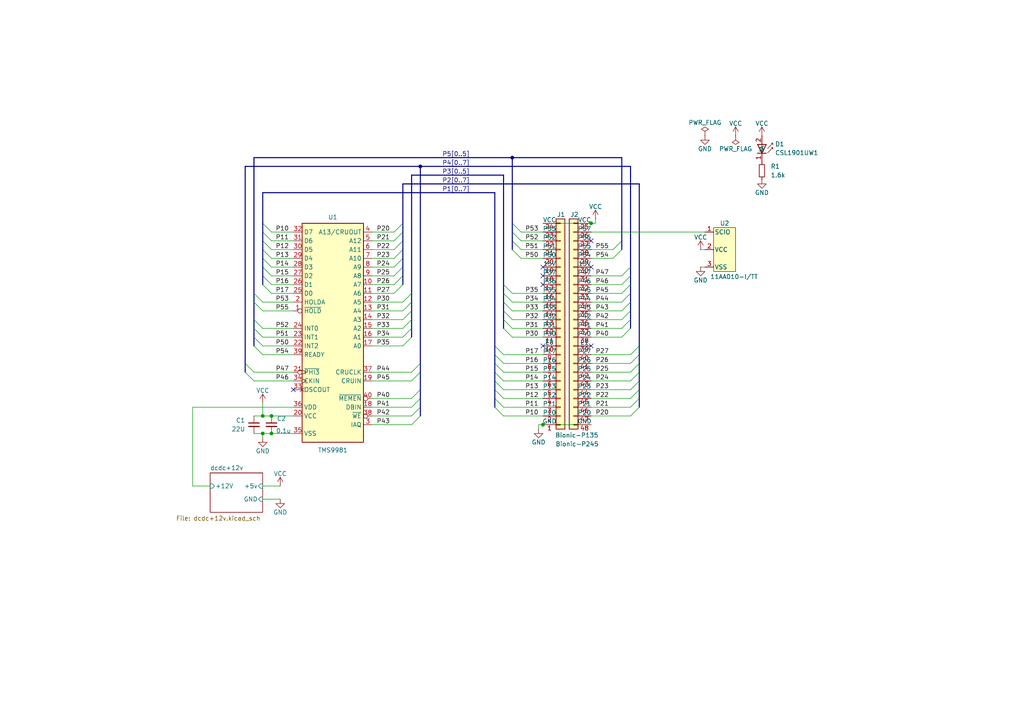
<source format=kicad_sch>
(kicad_sch (version 20231120) (generator "eeschema") (generator_version "8.0")
  (paper "A4")
  (title_block (title "BionicTMS9981 DC/DC") (date "2025-02-10") (rev "3") (company "Tadashi G. Takaoka"))
  (lib_symbols
    (symbol "Device:C_Small" (pin_numbers hide) (pin_names (offset 0.254) hide)
      (property "Reference" "C" (at 0.254 1.778 0))
      (property "Value" "C_Small" (at 0.254 -2.032 0))
      (symbol "C_Small_0_1"
        (polyline (pts (xy -1.524 -0.508) (xy 1.524 -0.508)) (stroke (width 0.3302)))
        (polyline (pts (xy -1.524 0.508) (xy 1.524 0.508)) (stroke (width 0.3048)))
      )
      (symbol "C_Small_1_1"
        (pin passive line (at 0 2.54 270) (length 2.032) (name "~") (number "1"))
        (pin passive line (at 0 -2.54 90) (length 2.032) (name "~") (number "2"))
      )
    )
    (symbol "Device:R_Small" (pin_numbers hide) (pin_names (offset 0.254) hide)
      (property "Reference" "R" (at 0.762 0.508 0))
      (property "Value" "R_Small" (at 0.762 -1.016 0))
      (symbol "R_Small_0_1"
        (rectangle (start -0.762 1.778) (end 0.762 -1.778) (stroke (width 0.2032)))
      )
      (symbol "R_Small_1_1"
        (pin passive line (at 0 2.54 270) (length 0.762) (name "~") (number "1"))
        (pin passive line (at 0 -2.54 90) (length 0.762) (name "~") (number "2"))
      )
    )
    (symbol "bionic:Bionic-P135" (pin_names (offset 0))
      (property "Reference" "J" (at 0 30.48 0))
      (property "Value" "Bionic-P135" (at -1.27 -33.02 0))
      (symbol "Bionic-P135_1_1"
        (rectangle (start 0 -30.353) (end -1.27 -30.607) (stroke (width 0.1524)))
        (rectangle (start 0 -27.813) (end -1.27 -28.067) (stroke (width 0.1524)))
        (rectangle (start 0 -25.273) (end -1.27 -25.527) (stroke (width 0.1524)))
        (rectangle (start 0 -22.733) (end -1.27 -22.987) (stroke (width 0.1524)))
        (rectangle (start 0 -20.193) (end -1.27 -20.447) (stroke (width 0.1524)))
        (rectangle (start 0 -17.653) (end -1.27 -17.907) (stroke (width 0.1524)))
        (rectangle (start 0 -15.113) (end -1.27 -15.367) (stroke (width 0.1524)))
        (rectangle (start 0 -12.573) (end -1.27 -12.827) (stroke (width 0.1524)))
        (rectangle (start 0 -10.033) (end -1.27 -10.287) (stroke (width 0.1524)))
        (rectangle (start 0 -7.493) (end -1.27 -7.747) (stroke (width 0.1524)))
        (rectangle (start 0 -4.953) (end -1.27 -5.207) (stroke (width 0.1524)))
        (rectangle (start 0 -2.413) (end -1.27 -2.667) (stroke (width 0.1524)))
        (rectangle (start 0 0.127) (end -1.27 -0.127) (stroke (width 0.1524)))
        (rectangle (start 0 2.667) (end -1.27 2.413) (stroke (width 0.1524)))
        (rectangle (start 0 5.207) (end -1.27 4.953) (stroke (width 0.1524)))
        (rectangle (start 0 7.747) (end -1.27 7.493) (stroke (width 0.1524)))
        (rectangle (start 0 10.287) (end -1.27 10.033) (stroke (width 0.1524)))
        (rectangle (start 0 12.827) (end -1.27 12.573) (stroke (width 0.1524)))
        (rectangle (start 0 15.367) (end -1.27 15.113) (stroke (width 0.1524)))
        (rectangle (start 0 17.907) (end -1.27 17.653) (stroke (width 0.1524)))
        (rectangle (start 0 20.447) (end -1.27 20.193) (stroke (width 0.1524)))
        (rectangle (start 0 22.987) (end -1.27 22.733) (stroke (width 0.1524)))
        (rectangle (start 0 25.527) (end -1.27 25.273) (stroke (width 0.1524)))
        (rectangle (start 0 28.067) (end -1.27 27.813) (stroke (width 0.1524)))
        (rectangle (start 1.27 29.21) (end -1.27 -31.75) (stroke (width 0.254)) (fill (type background)))
        (pin power_in line (at -5.08 -30.48 0) (length 3.81) (name "GND") (number "1"))
        (pin bidirectional line (at -5.08 -7.62 0) (length 3.81) (name "E0") (number "10"))
        (pin bidirectional line (at -5.08 -5.08 0) (length 3.81) (name "P30") (number "11"))
        (pin bidirectional line (at -5.08 -2.54 0) (length 3.81) (name "P31") (number "12"))
        (pin bidirectional line (at -5.08 0 0) (length 3.81) (name "P32") (number "13"))
        (pin bidirectional line (at -5.08 2.54 0) (length 3.81) (name "P33") (number "14"))
        (pin bidirectional line (at -5.08 5.08 0) (length 3.81) (name "P34") (number "15"))
        (pin bidirectional line (at -5.08 7.62 0) (length 3.81) (name "P35") (number "16"))
        (pin bidirectional line (at -5.08 10.16 0) (length 3.81) (name "P36") (number "17"))
        (pin bidirectional line (at -5.08 12.7 0) (length 3.81) (name "P37") (number "18"))
        (pin power_in line (at -5.08 15.24 0) (length 3.81) (name "15V") (number "19"))
        (pin bidirectional line (at -5.08 -27.94 0) (length 3.81) (name "P10") (number "2"))
        (pin bidirectional line (at -5.08 17.78 0) (length 3.81) (name "P50") (number "20"))
        (pin bidirectional line (at -5.08 20.32 0) (length 3.81) (name "P51") (number "21"))
        (pin bidirectional line (at -5.08 22.86 0) (length 3.81) (name "P52") (number "22"))
        (pin bidirectional line (at -5.08 25.4 0) (length 3.81) (name "P53") (number "23"))
        (pin power_in line (at -5.08 27.94 0) (length 3.81) (name "VCC") (number "24"))
        (pin bidirectional line (at -5.08 -25.4 0) (length 3.81) (name "P11") (number "3"))
        (pin bidirectional line (at -5.08 -22.86 0) (length 3.81) (name "P12") (number "4"))
        (pin bidirectional line (at -5.08 -20.32 0) (length 3.81) (name "P13") (number "5"))
        (pin bidirectional line (at -5.08 -17.78 0) (length 3.81) (name "P14") (number "6"))
        (pin bidirectional line (at -5.08 -15.24 0) (length 3.81) (name "P15") (number "7"))
        (pin bidirectional line (at -5.08 -12.7 0) (length 3.81) (name "P16") (number "8"))
        (pin bidirectional line (at -5.08 -10.16 0) (length 3.81) (name "P17") (number "9"))
      )
    )
    (symbol "bionic:Bionic-P245" (pin_names (offset 0))
      (property "Reference" "J" (at -3.81 30.48 0))
      (property "Value" "Bionic-P245" (at -1.27 -33.02 0))
      (symbol "Bionic-P245_1_1"
        (rectangle (start -2.54 -30.607) (end -3.81 -30.353) (stroke (width 0.1524)))
        (rectangle (start -2.54 -28.067) (end -3.81 -27.813) (stroke (width 0.1524)))
        (rectangle (start -2.54 -25.527) (end -3.81 -25.273) (stroke (width 0.1524)))
        (rectangle (start -2.54 -22.987) (end -3.81 -22.733) (stroke (width 0.1524)))
        (rectangle (start -2.54 -20.447) (end -3.81 -20.193) (stroke (width 0.1524)))
        (rectangle (start -2.54 -17.907) (end -3.81 -17.653) (stroke (width 0.1524)))
        (rectangle (start -2.54 -15.367) (end -3.81 -15.113) (stroke (width 0.1524)))
        (rectangle (start -2.54 -12.827) (end -3.81 -12.573) (stroke (width 0.1524)))
        (rectangle (start -2.54 -10.287) (end -3.81 -10.033) (stroke (width 0.1524)))
        (rectangle (start -2.54 -7.747) (end -3.81 -7.493) (stroke (width 0.1524)))
        (rectangle (start -2.54 -5.207) (end -3.81 -4.953) (stroke (width 0.1524)))
        (rectangle (start -2.54 -2.667) (end -3.81 -2.413) (stroke (width 0.1524)))
        (rectangle (start -2.54 -0.127) (end -3.81 0.127) (stroke (width 0.1524)))
        (rectangle (start -2.54 2.413) (end -3.81 2.667) (stroke (width 0.1524)))
        (rectangle (start -2.54 4.953) (end -3.81 5.207) (stroke (width 0.1524)))
        (rectangle (start -2.54 7.493) (end -3.81 7.747) (stroke (width 0.1524)))
        (rectangle (start -2.54 10.033) (end -3.81 10.287) (stroke (width 0.1524)))
        (rectangle (start -2.54 12.573) (end -3.81 12.827) (stroke (width 0.1524)))
        (rectangle (start -2.54 15.113) (end -3.81 15.367) (stroke (width 0.1524)))
        (rectangle (start -2.54 17.653) (end -3.81 17.907) (stroke (width 0.1524)))
        (rectangle (start -2.54 20.193) (end -3.81 20.447) (stroke (width 0.1524)))
        (rectangle (start -2.54 22.733) (end -3.81 22.987) (stroke (width 0.1524)))
        (rectangle (start -2.54 25.273) (end -3.81 25.527) (stroke (width 0.1524)))
        (rectangle (start -2.54 27.813) (end -3.81 28.067) (stroke (width 0.1524)))
        (rectangle (start -2.54 29.21) (end -5.08 -31.75) (stroke (width 0.254)) (fill (type background)))
        (pin power_in line (at 1.27 27.94 180) (length 3.81) (name "VCC") (number "25"))
        (pin bidirectional line (at 1.27 25.4 180) (length 3.81) (name "P57") (number "26"))
        (pin bidirectional line (at 1.27 22.86 180) (length 3.81) (name "P56") (number "27"))
        (pin bidirectional line (at 1.27 20.32 180) (length 3.81) (name "P55") (number "28"))
        (pin bidirectional line (at 1.27 17.78 180) (length 3.81) (name "P54") (number "29"))
        (pin power_in line (at 1.27 15.24 180) (length 3.81) (name "15V") (number "30"))
        (pin bidirectional line (at 1.27 12.7 180) (length 3.81) (name "P47") (number "31"))
        (pin bidirectional line (at 1.27 10.16 180) (length 3.81) (name "P46") (number "32"))
        (pin bidirectional line (at 1.27 7.62 180) (length 3.81) (name "P45") (number "33"))
        (pin bidirectional line (at 1.27 5.08 180) (length 3.81) (name "P44") (number "34"))
        (pin bidirectional line (at 1.27 2.54 180) (length 3.81) (name "P43") (number "35"))
        (pin bidirectional line (at 1.27 0 180) (length 3.81) (name "P42") (number "36"))
        (pin bidirectional line (at 1.27 -2.54 180) (length 3.81) (name "P41") (number "37"))
        (pin bidirectional line (at 1.27 -5.08 180) (length 3.81) (name "P40") (number "38"))
        (pin bidirectional line (at 1.27 -7.62 180) (length 3.81) (name "E1") (number "39"))
        (pin bidirectional line (at 1.27 -10.16 180) (length 3.81) (name "P27") (number "40"))
        (pin bidirectional line (at 1.27 -12.7 180) (length 3.81) (name "P26") (number "41"))
        (pin bidirectional line (at 1.27 -15.24 180) (length 3.81) (name "P25") (number "42"))
        (pin bidirectional line (at 1.27 -17.78 180) (length 3.81) (name "P24") (number "43"))
        (pin bidirectional line (at 1.27 -20.32 180) (length 3.81) (name "P23") (number "44"))
        (pin bidirectional line (at 1.27 -22.86 180) (length 3.81) (name "P22") (number "45"))
        (pin bidirectional line (at 1.27 -25.4 180) (length 3.81) (name "P21") (number "46"))
        (pin bidirectional line (at 1.27 -27.94 180) (length 3.81) (name "P20") (number "47"))
        (pin power_in line (at 1.27 -30.48 180) (length 3.81) (name "GND") (number "48"))
      )
    )
    (symbol "cpu:TMS9981"
      (property "Reference" "U" (at -1.27 31.75 0))
      (property "Value" "TMS9981" (at -0.254 -34.798 0))
      (symbol "TMS9981_0_1"
        (rectangle (start -8.89 -33.02) (end 8.89 30.48) (stroke (width 0.254)) (fill (type background)))
      )
      (symbol "TMS9981_1_1"
        (pin input inverted (at -11.43 5.08 0) (length 2.54) (name "~{HOLD}") (number "1"))
        (pin output line (at 11.43 12.7 180) (length 2.54) (name "A7") (number "10"))
        (pin output line (at 11.43 10.16 180) (length 2.54) (name "A6") (number "11"))
        (pin output line (at 11.43 7.62 180) (length 2.54) (name "A5") (number "12"))
        (pin output line (at 11.43 5.08 180) (length 2.54) (name "A4") (number "13"))
        (pin output line (at 11.43 2.54 180) (length 2.54) (name "A3") (number "14"))
        (pin output line (at 11.43 0 180) (length 2.54) (name "A2") (number "15"))
        (pin output line (at 11.43 -2.54 180) (length 2.54) (name "A1") (number "16"))
        (pin output line (at 11.43 -5.08 180) (length 2.54) (name "A0") (number "17"))
        (pin output line (at 11.43 -22.86 180) (length 2.54) (name "DBIN") (number "18"))
        (pin input line (at 11.43 -15.24 180) (length 2.54) (name "CRUIN") (number "19"))
        (pin output line (at -11.43 7.62 0) (length 2.54) (name "HOLDA") (number "2"))
        (pin power_in line (at -11.43 -25.4 0) (length 2.54) (name "VCC") (number "20"))
        (pin output inverted_clock (at -11.43 -12.7 0) (length 2.54) (name "~{PHI3}") (number "21"))
        (pin input line (at -11.43 -5.08 0) (length 2.54) (name "INT2") (number "22"))
        (pin input line (at -11.43 -2.54 0) (length 2.54) (name "INT1") (number "23"))
        (pin input line (at -11.43 0 0) (length 2.54) (name "INT0") (number "24"))
        (pin bidirectional line (at -11.43 10.16 0) (length 2.54) (name "D0") (number "25"))
        (pin bidirectional line (at -11.43 12.7 0) (length 2.54) (name "D1") (number "26"))
        (pin bidirectional line (at -11.43 15.24 0) (length 2.54) (name "D2") (number "27"))
        (pin bidirectional line (at -11.43 17.78 0) (length 2.54) (name "D3") (number "28"))
        (pin bidirectional line (at -11.43 20.32 0) (length 2.54) (name "D4") (number "29"))
        (pin output line (at 11.43 -27.94 180) (length 2.54) (name "IAQ") (number "3"))
        (pin bidirectional line (at -11.43 22.86 0) (length 2.54) (name "D5") (number "30"))
        (pin bidirectional line (at -11.43 25.4 0) (length 2.54) (name "D6") (number "31"))
        (pin bidirectional line (at -11.43 27.94 0) (length 2.54) (name "D7") (number "32"))
        (pin passive non_logic (at -11.43 -17.78 0) (length 2.54) (name "OSCOUT") (number "33"))
        (pin input clock (at -11.43 -15.24 0) (length 2.54) (name "CKIN") (number "34"))
        (pin power_in line (at -11.43 -30.48 0) (length 2.54) (name "VSS") (number "35"))
        (pin power_in line (at -11.43 -22.86 0) (length 2.54) (name "VDD") (number "36"))
        (pin output line (at 11.43 -12.7 180) (length 2.54) (name "CRUCLK") (number "37"))
        (pin output inverted (at 11.43 -25.4 180) (length 2.54) (name "~{WE}") (number "38"))
        (pin input line (at -11.43 -7.62 0) (length 2.54) (name "READY") (number "39"))
        (pin output line (at 11.43 27.94 180) (length 2.54) (name "A13/CRUOUT") (number "4"))
        (pin output inverted (at 11.43 -20.32 180) (length 2.54) (name "~{MEMEN}") (number "40"))
        (pin output line (at 11.43 25.4 180) (length 2.54) (name "A12") (number "5"))
        (pin output line (at 11.43 22.86 180) (length 2.54) (name "A11") (number "6"))
        (pin output line (at 11.43 20.32 180) (length 2.54) (name "A10") (number "7"))
        (pin output line (at 11.43 17.78 180) (length 2.54) (name "A9") (number "8"))
        (pin output line (at 11.43 15.24 180) (length 2.54) (name "A8") (number "9"))
      )
    )
    (symbol "microchip:11AA010-I_TT" (pin_names (offset 0.254))
      (property "Reference" "U" (at 2.54 1.27 0))
      (property "Value" "11AA010-I/TT" (at 3.81 -13.97 0))
      (symbol "11AA010-I_TT_1_1"
        (rectangle (start 0 0) (end 6.35 -12.7) (fill (type background)))
        (pin bidirectional line (at -2.54 -1.27 0) (length 2.54) (name "SCIO") (number "1"))
        (pin power_in line (at -2.54 -6.35 0) (length 2.54) (name "VCC") (number "2"))
        (pin power_in line (at -2.54 -11.43 0) (length 2.54) (name "VSS") (number "3"))
      )
    )
    (symbol "power:GND" (power) (pin_numbers hide) (pin_names (offset 0) hide)
      (property "Value" "GND" (at 0 -3.81 0))
      (symbol "GND_0_1"
        (polyline (pts (xy 0 0) (xy 0 -1.27) (xy 1.27 -1.27) (xy 0 -2.54) (xy -1.27 -1.27) (xy 0 -1.27)))
      )
      (symbol "GND_1_1"
        (pin power_in line (at 0 0 270) (length 0) (name "~") (number "1"))
      )
    )
    (symbol "power:PWR_FLAG" (power) (pin_numbers hide) (pin_names (offset 0) hide)
      (property "Value" "PWR_FLAG" (at 0 3.81 0))
      (symbol "PWR_FLAG_0_0"
        (pin power_out line (at 0 0 90) (length 0) (name "~") (number "1"))
      )
      (symbol "PWR_FLAG_0_1"
        (polyline (pts (xy 0 0) (xy 0 1.27) (xy -1.016 1.905) (xy 0 2.54) (xy 1.016 1.905) (xy 0 1.27)))
      )
    )
    (symbol "power:VCC" (power) (pin_numbers hide) (pin_names (offset 0) hide)
      (property "Value" "VCC" (at 0 3.556 0))
      (symbol "VCC_0_1"
        (polyline (pts (xy -0.762 1.27) (xy 0 2.54)))
        (polyline (pts (xy 0 0) (xy 0 2.54)))
        (polyline (pts (xy 0 2.54) (xy 0.762 1.27)))
      )
      (symbol "VCC_1_1"
        (pin power_in line (at 0 0 90) (length 0) (name "~") (number "1"))
      )
    )
    (symbol "rhom:CSL1901UW1" (pin_names (offset 0.254))
      (property "Reference" "D" (at 3.81 -2.54 0))
      (property "Value" "CSL1901UW1" (at 3.81 -5.08 0))
      (symbol "CSL1901UW1_0_1"
        (polyline (pts (xy 2.159 3.175) (xy 2.667 3.175)))
        (polyline (pts (xy 2.54 0) (xy 5.08 0)))
        (polyline (pts (xy 5.08 1.27) (xy 5.08 -1.27)) (stroke (width 0.254)))
        (polyline (pts (xy 3.683 1.651) (xy 2.159 3.175) (xy 2.159 2.667)))
        (polyline (pts (xy 2.54 -1.27) (xy 5.08 0) (xy 2.54 1.27) (xy 2.54 -1.27)) (stroke (width 0.254)))
        (polyline (pts (xy 4.953 1.651) (xy 3.429 3.175) (xy 3.429 2.667) (xy 3.429 3.175) (xy 3.937 3.175)))
      )
      (symbol "CSL1901UW1_1_1"
        (pin passive line (at 7.62 0 180) (length 2.54) (name "K") (number "1"))
        (pin passive line (at 0 0 0) (length 2.54) (name "A") (number "2"))
      )
      (symbol "CSL1901UW1_1_2"
        (polyline (pts (xy -5.08 7.62) (xy -4.445 8.255)) (stroke (width 0.2032)))
        (polyline (pts (xy -5.08 8.255) (xy -5.08 7.62)) (stroke (width 0.2032)))
        (polyline (pts (xy -4.445 6.35) (xy -3.81 6.985)) (stroke (width 0.2032)))
        (polyline (pts (xy -4.445 8.255) (xy -5.08 8.255)) (stroke (width 0.2032)))
        (polyline (pts (xy -4.445 9.525) (xy -3.81 10.16)) (stroke (width 0.2032)))
        (polyline (pts (xy -4.445 10.16) (xy -4.445 9.525)) (stroke (width 0.2032)))
        (polyline (pts (xy -3.81 6.985) (xy -5.08 8.255)) (stroke (width 0.2032)))
        (polyline (pts (xy -3.81 8.255) (xy -3.175 8.89)) (stroke (width 0.2032)))
        (polyline (pts (xy -3.81 10.16) (xy -4.445 10.16)) (stroke (width 0.2032)))
        (polyline (pts (xy -3.175 5.08) (xy -4.445 6.35)) (stroke (width 0.2032)))
        (polyline (pts (xy -3.175 8.89) (xy -4.445 10.16)) (stroke (width 0.2032)))
        (polyline (pts (xy -2.54 6.985) (xy -3.81 8.255)) (stroke (width 0.2032)))
        (polyline (pts (xy -1.905 3.81) (xy 1.905 3.81)) (stroke (width 0.2032)))
        (polyline (pts (xy 0 2.54) (xy 0 3.4798)) (stroke (width 0.2032)))
        (polyline (pts (xy 0 3.175) (xy 0 3.81)) (stroke (width 0.2032)))
        (polyline (pts (xy 0 6.35) (xy -1.905 3.81)) (stroke (width 0.2032)))
        (polyline (pts (xy 0 6.35) (xy 0 7.62)) (stroke (width 0.2032)))
        (polyline (pts (xy 1.905 3.81) (xy 0 6.35)) (stroke (width 0.2032)))
        (polyline (pts (xy 1.905 6.35) (xy -1.905 6.35)) (stroke (width 0.2032)))
        (pin unspecified line (at 0 10.16 270) (length 2.54) (name "") (number "1"))
        (pin unspecified line (at 0 0 90) (length 2.54) (name "") (number "2"))
      )
    )
  )
  (junction (at 171.45 64.77))
  (junction (at 76.2 125.73))
  (junction (at 78.74 120.65))
  (junction (at 76.2 120.65))
  (junction (at 78.74 125.73))
  (junction (at 157.48 123.19))
  (junction (at 148.59 45.72))
  (junction (at 121.92 48.26))
  (no_connect (at 157.48 100.33))
  (no_connect (at 157.48 77.47))
  (no_connect (at 171.45 69.85))
  (no_connect (at 171.45 77.47))
  (no_connect (at 85.09 113.03))
  (no_connect (at 157.48 82.55))
  (no_connect (at 171.45 100.33))
  (no_connect (at 157.48 80.01))
  (bus_entry (at 143.51 113.03) (size 2.54 2.54))
  (bus_entry (at 76.2 64.77) (size 2.54 2.54))
  (bus_entry (at 143.51 110.49) (size 2.54 2.54))
  (bus_entry (at 119.38 90.17) (size -2.54 2.54))
  (bus_entry (at 76.2 74.93) (size 2.54 2.54))
  (bus_entry (at 182.88 90.17) (size -2.54 2.54))
  (bus_entry (at 148.59 69.85) (size 2.54 2.54))
  (bus_entry (at 121.92 118.11) (size -2.54 2.54))
  (bus_entry (at 185.42 102.87) (size -2.54 2.54))
  (bus_entry (at 73.66 95.25) (size 2.54 2.54))
  (bus_entry (at 148.59 67.31) (size 2.54 2.54))
  (bus_entry (at 185.42 100.33) (size -2.54 2.54))
  (bus_entry (at 182.88 85.09) (size -2.54 2.54))
  (bus_entry (at 119.38 97.79) (size -2.54 2.54))
  (bus_entry (at 121.92 115.57) (size -2.54 2.54))
  (bus_entry (at 185.42 107.95) (size -2.54 2.54))
  (bus_entry (at 143.51 118.11) (size 2.54 2.54))
  (bus_entry (at 76.2 69.85) (size 2.54 2.54))
  (bus_entry (at 71.12 105.41) (size 2.54 2.54))
  (bus_entry (at 116.84 67.31) (size -2.54 2.54))
  (bus_entry (at 182.88 87.63) (size -2.54 2.54))
  (bus_entry (at 119.38 92.71) (size -2.54 2.54))
  (bus_entry (at 182.88 80.01) (size -2.54 2.54))
  (bus_entry (at 182.88 82.55) (size -2.54 2.54))
  (bus_entry (at 73.66 100.33) (size 2.54 2.54))
  (bus_entry (at 185.42 118.11) (size -2.54 2.54))
  (bus_entry (at 180.34 72.39) (size -2.54 2.54))
  (bus_entry (at 185.42 110.49) (size -2.54 2.54))
  (bus_entry (at 143.51 115.57) (size 2.54 2.54))
  (bus_entry (at 143.51 102.87) (size 2.54 2.54))
  (bus_entry (at 76.2 72.39) (size 2.54 2.54))
  (bus_entry (at 143.51 107.95) (size 2.54 2.54))
  (bus_entry (at 185.42 105.41) (size -2.54 2.54))
  (bus_entry (at 119.38 87.63) (size -2.54 2.54))
  (bus_entry (at 148.59 64.77) (size 2.54 2.54))
  (bus_entry (at 116.84 72.39) (size -2.54 2.54))
  (bus_entry (at 143.51 100.33) (size 2.54 2.54))
  (bus_entry (at 121.92 105.41) (size -2.54 2.54))
  (bus_entry (at 185.42 115.57) (size -2.54 2.54))
  (bus_entry (at 76.2 80.01) (size 2.54 2.54))
  (bus_entry (at 73.66 85.09) (size 2.54 2.54))
  (bus_entry (at 116.84 69.85) (size -2.54 2.54))
  (bus_entry (at 121.92 120.65) (size -2.54 2.54))
  (bus_entry (at 73.66 92.71) (size 2.54 2.54))
  (bus_entry (at 116.84 80.01) (size -2.54 2.54))
  (bus_entry (at 146.05 87.63) (size 2.54 2.54))
  (bus_entry (at 119.38 85.09) (size -2.54 2.54))
  (bus_entry (at 121.92 107.95) (size -2.54 2.54))
  (bus_entry (at 76.2 77.47) (size 2.54 2.54))
  (bus_entry (at 116.84 74.93) (size -2.54 2.54))
  (bus_entry (at 121.92 113.03) (size -2.54 2.54))
  (bus_entry (at 148.59 72.39) (size 2.54 2.54))
  (bus_entry (at 116.84 77.47) (size -2.54 2.54))
  (bus_entry (at 182.88 77.47) (size -2.54 2.54))
  (bus_entry (at 116.84 64.77) (size -2.54 2.54))
  (bus_entry (at 146.05 95.25) (size 2.54 2.54))
  (bus_entry (at 73.66 87.63) (size 2.54 2.54))
  (bus_entry (at 143.51 105.41) (size 2.54 2.54))
  (bus_entry (at 116.84 82.55) (size -2.54 2.54))
  (bus_entry (at 146.05 82.55) (size 2.54 2.54))
  (bus_entry (at 73.66 97.79) (size 2.54 2.54))
  (bus_entry (at 119.38 95.25) (size -2.54 2.54))
  (bus_entry (at 76.2 67.31) (size 2.54 2.54))
  (bus_entry (at 182.88 95.25) (size -2.54 2.54))
  (bus_entry (at 146.05 90.17) (size 2.54 2.54))
  (bus_entry (at 146.05 92.71) (size 2.54 2.54))
  (bus_entry (at 76.2 82.55) (size 2.54 2.54))
  (bus_entry (at 71.12 107.95) (size 2.54 2.54))
  (bus_entry (at 182.88 92.71) (size -2.54 2.54))
  (bus_entry (at 180.34 69.85) (size -2.54 2.54))
  (bus_entry (at 146.05 85.09) (size 2.54 2.54))
  (bus_entry (at 185.42 113.03) (size -2.54 2.54))
  (bus (pts (xy 143.51 102.87) (xy 143.51 100.33)))
  (wire (pts (xy 146.05 107.95) (xy 157.48 107.95)))
  (wire (pts (xy 171.45 80.01) (xy 180.34 80.01)))
  (bus (pts (xy 146.05 50.8) (xy 119.38 50.8)))
  (wire (pts (xy 107.95 97.79) (xy 116.84 97.79)))
  (wire (pts (xy 107.95 118.11) (xy 119.38 118.11)))
  (wire (pts (xy 107.95 100.33) (xy 116.84 100.33)))
  (wire (pts (xy 76.2 120.65) (xy 78.74 120.65)))
  (bus (pts (xy 119.38 87.63) (xy 119.38 90.17)))
  (wire (pts (xy 78.74 72.39) (xy 85.09 72.39)))
  (wire (pts (xy 78.74 125.73) (xy 85.09 125.73)))
  (bus (pts (xy 76.2 69.85) (xy 76.2 72.39)))
  (wire (pts (xy 203.2 77.47) (xy 204.47 77.47)))
  (bus (pts (xy 185.42 107.95) (xy 185.42 110.49)))
  (wire (pts (xy 107.95 69.85) (xy 114.3 69.85)))
  (bus (pts (xy 146.05 95.25) (xy 146.05 92.71)))
  (wire (pts (xy 107.95 110.49) (xy 119.38 110.49)))
  (wire (pts (xy 148.59 92.71) (xy 157.48 92.71)))
  (wire (pts (xy 171.45 107.95) (xy 182.88 107.95)))
  (bus (pts (xy 121.92 115.57) (xy 121.92 113.03)))
  (wire (pts (xy 148.59 85.09) (xy 157.48 85.09)))
  (bus (pts (xy 119.38 90.17) (xy 119.38 92.71)))
  (wire (pts (xy 146.05 110.49) (xy 157.48 110.49)))
  (bus (pts (xy 146.05 82.55) (xy 146.05 50.8)))
  (wire (pts (xy 107.95 77.47) (xy 114.3 77.47)))
  (wire (pts (xy 78.74 69.85) (xy 85.09 69.85)))
  (wire (pts (xy 76.2 97.79) (xy 85.09 97.79)))
  (wire (pts (xy 148.59 95.25) (xy 157.48 95.25)))
  (bus (pts (xy 116.84 80.01) (xy 116.84 77.47)))
  (bus (pts (xy 143.51 113.03) (xy 143.51 110.49)))
  (wire (pts (xy 171.45 105.41) (xy 182.88 105.41)))
  (wire (pts (xy 107.95 120.65) (xy 119.38 120.65)))
  (wire (pts (xy 107.95 107.95) (xy 119.38 107.95)))
  (wire (pts (xy 171.45 72.39) (xy 177.8 72.39)))
  (wire (pts (xy 157.48 123.19) (xy 171.45 123.19)))
  (bus (pts (xy 121.92 118.11) (xy 121.92 115.57)))
  (bus (pts (xy 180.34 72.39) (xy 180.34 69.85)))
  (wire (pts (xy 148.59 87.63) (xy 157.48 87.63)))
  (wire (pts (xy 73.66 125.73) (xy 76.2 125.73)))
  (wire (pts (xy 76.2 90.17) (xy 85.09 90.17)))
  (wire (pts (xy 107.95 115.57) (xy 119.38 115.57)))
  (wire (pts (xy 73.66 120.65) (xy 76.2 120.65)))
  (wire (pts (xy 148.59 90.17) (xy 157.48 90.17)))
  (wire (pts (xy 171.45 120.65) (xy 182.88 120.65)))
  (wire (pts (xy 146.05 118.11) (xy 157.48 118.11)))
  (bus (pts (xy 185.42 110.49) (xy 185.42 113.03)))
  (wire (pts (xy 151.13 72.39) (xy 157.48 72.39)))
  (bus (pts (xy 71.12 107.95) (xy 71.12 105.41)))
  (bus (pts (xy 116.84 53.34) (xy 185.42 53.34)))
  (wire (pts (xy 107.95 87.63) (xy 116.84 87.63)))
  (wire (pts (xy 76.2 95.25) (xy 85.09 95.25)))
  (wire (pts (xy 171.45 95.25) (xy 180.34 95.25)))
  (bus (pts (xy 182.88 87.63) (xy 182.88 90.17)))
  (wire (pts (xy 171.45 97.79) (xy 180.34 97.79)))
  (wire (pts (xy 60.96 140.97) (xy 55.88 140.97)))
  (wire (pts (xy 107.95 82.55) (xy 114.3 82.55)))
  (bus (pts (xy 185.42 115.57) (xy 185.42 118.11)))
  (bus (pts (xy 73.66 95.25) (xy 73.66 92.71)))
  (wire (pts (xy 171.45 92.71) (xy 180.34 92.71)))
  (bus (pts (xy 116.84 67.31) (xy 116.84 64.77)))
  (wire (pts (xy 76.2 144.78) (xy 81.28 144.78)))
  (bus (pts (xy 143.51 107.95) (xy 143.51 105.41)))
  (bus (pts (xy 185.42 105.41) (xy 185.42 107.95)))
  (bus (pts (xy 143.51 55.88) (xy 76.2 55.88)))
  (wire (pts (xy 171.45 118.11) (xy 182.88 118.11)))
  (wire (pts (xy 107.95 90.17) (xy 116.84 90.17)))
  (wire (pts (xy 146.05 113.03) (xy 157.48 113.03)))
  (wire (pts (xy 171.45 85.09) (xy 180.34 85.09)))
  (wire (pts (xy 76.2 87.63) (xy 85.09 87.63)))
  (bus (pts (xy 182.88 85.09) (xy 182.88 87.63)))
  (bus (pts (xy 71.12 48.26) (xy 121.92 48.26)))
  (bus (pts (xy 116.84 74.93) (xy 116.84 72.39)))
  (bus (pts (xy 121.92 120.65) (xy 121.92 118.11)))
  (wire (pts (xy 172.72 63.5) (xy 172.72 64.77)))
  (wire (pts (xy 203.2 72.39) (xy 204.47 72.39)))
  (bus (pts (xy 73.66 85.09) (xy 73.66 45.72)))
  (wire (pts (xy 171.45 74.93) (xy 177.8 74.93)))
  (bus (pts (xy 116.84 77.47) (xy 116.84 74.93)))
  (bus (pts (xy 182.88 82.55) (xy 182.88 85.09)))
  (wire (pts (xy 107.95 67.31) (xy 114.3 67.31)))
  (bus (pts (xy 185.42 100.33) (xy 185.42 102.87)))
  (bus (pts (xy 185.42 102.87) (xy 185.42 105.41)))
  (bus (pts (xy 121.92 107.95) (xy 121.92 105.41)))
  (wire (pts (xy 76.2 100.33) (xy 85.09 100.33)))
  (wire (pts (xy 146.05 102.87) (xy 157.48 102.87)))
  (bus (pts (xy 185.42 113.03) (xy 185.42 115.57)))
  (bus (pts (xy 143.51 100.33) (xy 143.51 55.88)))
  (wire (pts (xy 107.95 95.25) (xy 116.84 95.25)))
  (wire (pts (xy 151.13 69.85) (xy 157.48 69.85)))
  (bus (pts (xy 76.2 67.31) (xy 76.2 69.85)))
  (bus (pts (xy 121.92 113.03) (xy 121.92 107.95)))
  (wire (pts (xy 172.72 64.77) (xy 171.45 64.77)))
  (bus (pts (xy 182.88 92.71) (xy 182.88 95.25)))
  (wire (pts (xy 78.74 120.65) (xy 85.09 120.65)))
  (wire (pts (xy 78.74 80.01) (xy 85.09 80.01)))
  (bus (pts (xy 116.84 64.77) (xy 116.84 53.34)))
  (wire (pts (xy 73.66 107.95) (xy 85.09 107.95)))
  (wire (pts (xy 76.2 140.97) (xy 81.28 140.97)))
  (bus (pts (xy 73.66 100.33) (xy 73.66 97.79)))
  (wire (pts (xy 78.74 77.47) (xy 85.09 77.47)))
  (wire (pts (xy 78.74 74.93) (xy 85.09 74.93)))
  (bus (pts (xy 119.38 95.25) (xy 119.38 97.79)))
  (wire (pts (xy 146.05 120.65) (xy 157.48 120.65)))
  (bus (pts (xy 180.34 69.85) (xy 180.34 45.72)))
  (bus (pts (xy 76.2 80.01) (xy 76.2 82.55)))
  (bus (pts (xy 180.34 45.72) (xy 148.59 45.72)))
  (wire (pts (xy 76.2 116.84) (xy 76.2 120.65)))
  (bus (pts (xy 143.51 110.49) (xy 143.51 107.95)))
  (wire (pts (xy 156.21 123.19) (xy 156.21 124.46)))
  (wire (pts (xy 171.45 110.49) (xy 182.88 110.49)))
  (wire (pts (xy 107.95 85.09) (xy 114.3 85.09)))
  (wire (pts (xy 151.13 74.93) (xy 157.48 74.93)))
  (bus (pts (xy 119.38 92.71) (xy 119.38 95.25)))
  (bus (pts (xy 148.59 67.31) (xy 148.59 69.85)))
  (bus (pts (xy 182.88 90.17) (xy 182.88 92.71)))
  (wire (pts (xy 107.95 92.71) (xy 116.84 92.71)))
  (wire (pts (xy 107.95 80.01) (xy 114.3 80.01)))
  (bus (pts (xy 116.84 69.85) (xy 116.84 67.31)))
  (bus (pts (xy 143.51 118.11) (xy 143.51 115.57)))
  (wire (pts (xy 171.45 115.57) (xy 182.88 115.57)))
  (bus (pts (xy 146.05 90.17) (xy 146.05 87.63)))
  (wire (pts (xy 76.2 125.73) (xy 78.74 125.73)))
  (bus (pts (xy 73.66 92.71) (xy 73.66 87.63)))
  (bus (pts (xy 146.05 85.09) (xy 146.05 82.55)))
  (bus (pts (xy 116.84 82.55) (xy 116.84 80.01)))
  (bus (pts (xy 71.12 105.41) (xy 71.12 48.26)))
  (bus (pts (xy 146.05 87.63) (xy 146.05 85.09)))
  (bus (pts (xy 73.66 87.63) (xy 73.66 85.09)))
  (wire (pts (xy 73.66 110.49) (xy 85.09 110.49)))
  (wire (pts (xy 156.21 123.19) (xy 157.48 123.19)))
  (wire (pts (xy 107.95 74.93) (xy 114.3 74.93)))
  (wire (pts (xy 157.48 64.77) (xy 171.45 64.77)))
  (bus (pts (xy 119.38 50.8) (xy 119.38 85.09)))
  (bus (pts (xy 76.2 55.88) (xy 76.2 64.77)))
  (bus (pts (xy 119.38 85.09) (xy 119.38 87.63)))
  (bus (pts (xy 182.88 80.01) (xy 182.88 82.55)))
  (wire (pts (xy 171.45 90.17) (xy 180.34 90.17)))
  (wire (pts (xy 78.74 67.31) (xy 85.09 67.31)))
  (wire (pts (xy 146.05 105.41) (xy 157.48 105.41)))
  (wire (pts (xy 76.2 102.87) (xy 85.09 102.87)))
  (bus (pts (xy 185.42 53.34) (xy 185.42 100.33)))
  (bus (pts (xy 76.2 72.39) (xy 76.2 74.93)))
  (bus (pts (xy 182.88 48.26) (xy 182.88 77.47)))
  (wire (pts (xy 107.95 123.19) (xy 119.38 123.19)))
  (wire (pts (xy 171.45 67.31) (xy 204.47 67.31)))
  (bus (pts (xy 146.05 92.71) (xy 146.05 90.17)))
  (bus (pts (xy 73.66 97.79) (xy 73.66 95.25)))
  (bus (pts (xy 76.2 74.93) (xy 76.2 77.47)))
  (wire (pts (xy 78.74 82.55) (xy 85.09 82.55)))
  (bus (pts (xy 76.2 77.47) (xy 76.2 80.01)))
  (bus (pts (xy 148.59 69.85) (xy 148.59 72.39)))
  (wire (pts (xy 151.13 67.31) (xy 157.48 67.31)))
  (wire (pts (xy 171.45 87.63) (xy 180.34 87.63)))
  (wire (pts (xy 146.05 115.57) (xy 157.48 115.57)))
  (wire (pts (xy 78.74 85.09) (xy 85.09 85.09)))
  (bus (pts (xy 148.59 64.77) (xy 148.59 67.31)))
  (bus (pts (xy 121.92 48.26) (xy 182.88 48.26)))
  (bus (pts (xy 182.88 77.47) (xy 182.88 80.01)))
  (wire (pts (xy 107.95 72.39) (xy 114.3 72.39)))
  (wire (pts (xy 55.88 118.11) (xy 85.09 118.11)))
  (wire (pts (xy 171.45 102.87) (xy 182.88 102.87)))
  (wire (pts (xy 55.88 140.97) (xy 55.88 118.11)))
  (bus (pts (xy 76.2 64.77) (xy 76.2 67.31)))
  (wire (pts (xy 148.59 97.79) (xy 157.48 97.79)))
  (bus (pts (xy 73.66 45.72) (xy 148.59 45.72)))
  (bus (pts (xy 116.84 72.39) (xy 116.84 69.85)))
  (bus (pts (xy 148.59 45.72) (xy 148.59 64.77)))
  (wire (pts (xy 76.2 125.73) (xy 76.2 127)))
  (bus (pts (xy 143.51 115.57) (xy 143.51 113.03)))
  (wire (pts (xy 171.45 82.55) (xy 180.34 82.55)))
  (wire (pts (xy 171.45 113.03) (xy 182.88 113.03)))
  (bus (pts (xy 143.51 105.41) (xy 143.51 102.87)))
  (bus (pts (xy 121.92 105.41) (xy 121.92 48.26)))
  (label "P51" (at 156.21 72.39 180))
  (label "P15" (at 156.21 107.95 180))
  (label "P35" (at 156.21 85.09 180))
  (label "P21" (at 109.22 69.85 0))
  (label "P33" (at 109.22 95.25 0))
  (label "P53" (at 83.82 87.63 180))
  (label "P20" (at 172.72 120.65 0))
  (label "P54" (at 172.72 74.93 0))
  (label "P50" (at 156.21 74.93 180))
  (label "P13" (at 83.82 74.93 180))
  (label "P53" (at 156.21 67.31 180))
  (label "P14" (at 83.82 77.47 180))
  (label "P17" (at 83.82 85.09 180))
  (label "P47" (at 172.72 80.01 0))
  (label "P50" (at 83.82 100.33 180))
  (label "P16" (at 156.21 105.41 180))
  (label "P44" (at 109.22 107.95 0))
  (label "P20" (at 109.22 67.31 0))
  (label "P44" (at 172.72 87.63 0))
  (label "P55" (at 172.72 72.39 0))
  (label "P23" (at 109.22 74.93 0))
  (label "P11" (at 83.82 69.85 180))
  (label "P4[0..7]" (at 128.27 48.26 0))
  (label "P46" (at 172.72 82.55 0))
  (label "P13" (at 156.21 113.03 180))
  (label "P26" (at 172.72 105.41 0))
  (label "P51" (at 83.82 97.79 180))
  (label "P40" (at 109.22 115.57 0))
  (label "P30" (at 156.21 97.79 180))
  (label "P41" (at 109.22 118.11 0))
  (label "P41" (at 172.72 95.25 0))
  (label "P27" (at 172.72 102.87 0))
  (label "P27" (at 109.22 85.09 0))
  (label "P40" (at 172.72 97.79 0))
  (label "P43" (at 109.22 123.19 0))
  (label "P31" (at 109.22 90.17 0))
  (label "P52" (at 156.21 69.85 180))
  (label "P14" (at 156.21 110.49 180))
  (label "P25" (at 109.22 80.01 0))
  (label "P10" (at 83.82 67.31 180))
  (label "P15" (at 83.82 80.01 180))
  (label "P34" (at 156.21 87.63 180))
  (label "P47" (at 83.82 107.95 180))
  (label "P24" (at 172.72 110.49 0))
  (label "P26" (at 109.22 82.55 0))
  (label "P2[0..7]" (at 128.27 53.34 0))
  (label "P17" (at 156.21 102.87 180))
  (label "P10" (at 156.21 120.65 180))
  (label "P16" (at 83.82 82.55 180))
  (label "P22" (at 172.72 115.57 0))
  (label "P34" (at 109.22 97.79 0))
  (label "P3[0..5]" (at 128.27 50.8 0))
  (label "P22" (at 109.22 72.39 0))
  (label "P11" (at 156.21 118.11 180))
  (label "P32" (at 109.22 92.71 0))
  (label "P45" (at 172.72 85.09 0))
  (label "P30" (at 109.22 87.63 0))
  (label "P55" (at 83.82 90.17 180))
  (label "P35" (at 109.22 100.33 0))
  (label "P43" (at 172.72 90.17 0))
  (label "P46" (at 83.82 110.49 180))
  (label "P12" (at 83.82 72.39 180))
  (label "P32" (at 156.21 92.71 180))
  (label "P45" (at 109.22 110.49 0))
  (label "P12" (at 156.21 115.57 180))
  (label "P54" (at 83.82 102.87 180))
  (label "P5[0..5]" (at 128.27 45.72 0))
  (label "P42" (at 109.22 120.65 0))
  (label "P31" (at 156.21 95.25 180))
  (label "P33" (at 156.21 90.17 180))
  (label "P42" (at 172.72 92.71 0))
  (label "P21" (at 172.72 118.11 0))
  (label "P25" (at 172.72 107.95 0))
  (label "P24" (at 109.22 77.47 0))
  (label "P23" (at 172.72 113.03 0))
  (label "P52" (at 83.82 95.25 180))
  (label "P1[0..7]" (at 128.27 55.88 0))
  (symbol (lib_id "power:GND") (at 204.47 39.37 0) (unit 1)
    (property "Reference" "#PWR09" (effects (hide yes)))
    (property "Value" "GND" (at 204.47 43.18 0))
    (property "Description" "Power symbol creates a global label with name \"GND\" , ground" (effects (hide yes)))
  )
  (symbol (lib_id "Device:R_Small") (at 220.98 49.53 0) (unit 1)
    (property "Reference" "R1" (at 223.52 48.2599 0) (effects (justify left)))
    (property "Value" "1.6k" (at 223.52 50.7999 0) (effects (justify left)))
    (property "Footprint" "Resistor_SMD:R_0603_1608Metric_Pad0.98x0.95mm_HandSolder" (effects (hide yes)))
    (property "Description" "Resistor, small symbol" (effects (hide yes)))
  )
  (symbol (lib_id "microchip:11AA010-I_TT") (at 207.01 66.04 0) (unit 1)
    (property "Reference" "U2" (at 208.788 64.77 0) (effects (justify left)))
    (property "Value" "11AA010-I/TT" (at 205.994 80.264 0) (effects (justify left)))
    (property "Footprint" "microchip:SOT-23_MC_MCH-M" (effects (hide yes)))
    (property "Datasheet" "11AA010-I/TO" (effects (hide yes)))
    (property "Description" "UNI/O Serial EEPROM (1Kbit)" (effects (hide yes)))
  )
  (symbol (lib_id "power:VCC") (at 213.36 39.37 0) (unit 1)
    (property "Reference" "#PWR010" (effects (hide yes)))
    (property "Value" "VCC" (at 213.36 35.814 0))
    (property "Description" "Power symbol creates a global label with name \"VCC\"" (effects (hide yes)))
  )
  (symbol (lib_id "power:GND") (at 76.2 127 0) (unit 1)
    (property "Reference" "#PWR02" (effects (hide yes)))
    (property "Value" "GND" (at 76.2 130.81 0))
    (property "Description" "Power symbol creates a global label with name \"GND\" , ground" (effects (hide yes)))
  )
  (symbol (lib_id "bionic:Bionic-P245") (at 170.18 92.71 0) (unit 1)
    (property "Reference" "J2" (at 166.624 62.23 0))
    (property "Value" "Bionic-P245" (at 167.386 128.778 0))
    (property "Footprint" "bionic:Bionic-P245_Vertical" (effects (hide yes)))
    (property "Description" "Generic connector, single row, 01x24, script generated (kicad-library-utils/schlib/autogen/connector/)" (effects (hide yes)))
  )
  (symbol (lib_id "Device:C_Small") (at 78.74 123.19 0) (mirror y) (unit 1)
    (property "Reference" "C2" (at 80.2925 121.412 0) (effects (justify right)))
    (property "Value" "0.1u" (at 80.0385 124.968 0) (effects (justify right)))
    (property "Footprint" "Capacitor_SMD:C_0603_1608Metric_Pad1.08x0.95mm_HandSolder" (effects (hide yes)))
    (property "Description" "Unpolarized capacitor, small symbol" (effects (hide yes)))
  )
  (symbol (lib_id "power:VCC") (at 203.2 72.39 0) (unit 1)
    (property "Reference" "#PWR07" (effects (hide yes)))
    (property "Value" "VCC" (at 203.2 68.834 0))
    (property "Description" "Power symbol creates a global label with name \"VCC\"" (effects (hide yes)))
  )
  (symbol (lib_id "power:GND") (at 203.2 77.47 0) (unit 1)
    (property "Reference" "#PWR08" (effects (hide yes)))
    (property "Value" "GND" (at 203.2 81.28 0))
    (property "Description" "Power symbol creates a global label with name \"GND\" , ground" (effects (hide yes)))
  )
  (symbol (lib_id "power:VCC") (at 81.28 140.97 0) (unit 1)
    (property "Reference" "#PWR03" (effects (hide yes)))
    (property "Value" "VCC" (at 81.28 137.414 0))
    (property "Description" "Power symbol creates a global label with name \"VCC\"" (effects (hide yes)))
  )
  (symbol (lib_id "rhom:CSL1901UW1") (at 220.98 39.37 270) (unit 1)
    (property "Reference" "D1" (at 224.79 41.7829 90) (effects (justify left)))
    (property "Value" "CSL1901UW1" (at 224.79 44.3229 90) (effects (justify left)))
    (property "Footprint" "rhom:LED_CSL1901UW1_ROM-M" (effects (hide yes)))
    (property "Datasheet" "https://fscdn.rohm.com/en/products/databook/datasheet/opto/led/chip_mono/csl1901uw1-e.pdf" (effects (hide yes)))
    (property "Description" "Red LED (Low Current Emission, SMD)" (effects (hide yes)))
  )
  (symbol (lib_id "Device:C_Small") (at 73.66 123.19 0) (unit 1)
    (property "Reference" "C1" (at 71.12 121.9262 0) (effects (justify right)))
    (property "Value" "22U" (at 71.12 124.4662 0) (effects (justify right)))
    (property "Footprint" "Capacitor_SMD:C_0603_1608Metric_Pad1.08x0.95mm_HandSolder" (effects (hide yes)))
    (property "Description" "Unpolarized capacitor, small symbol" (effects (hide yes)))
  )
  (symbol (lib_id "cpu:TMS9981") (at 96.52 95.25 0) (unit 1)
    (property "Reference" "U1" (at 96.52 62.992 0))
    (property "Value" "TMS9981" (at 96.52 130.556 0))
    (property "Footprint" "bionic:DIP-40_W15.24mm_Socket" (effects (hide yes)))
    (property "Datasheet" "http://www.bitsavers.org/components/ti/TMS9900/TMS9980.pdf" (effects (hide yes)))
    (property "Description" "16-bit General Purpose Microprocessor, DIP-40" (effects (hide yes)))
  )
  (symbol (lib_id "power:GND") (at 220.98 52.07 0) (unit 1)
    (property "Reference" "#PWR012" (effects (hide yes)))
    (property "Value" "GND" (at 220.98 55.88 0))
    (property "Description" "Power symbol creates a global label with name \"GND\" , ground" (effects (hide yes)))
  )
  (symbol (lib_id "power:GND") (at 156.21 124.46 0) (unit 1)
    (property "Reference" "#PWR04" (effects (hide yes)))
    (property "Value" "GND" (at 156.21 128.27 0))
    (property "Description" "Power symbol creates a global label with name \"GND\" , ground" (effects (hide yes)))
  )
  (symbol (lib_id "bionic:Bionic-P135") (at 162.56 92.71 0) (unit 1)
    (property "Reference" "J1" (at 161.544 62.23 0) (effects (justify left)))
    (property "Value" "Bionic-P135" (at 161.036 126.238 0) (effects (justify left)))
    (property "Footprint" "bionic:Bionic-P135_Vertical" (effects (hide yes)))
    (property "Description" "Generic connector, single row, 01x24, script generated (kicad-library-utils/schlib/autogen/connector/)" (effects (hide yes)))
  )
  (symbol (lib_id "power:GND") (at 81.28 144.78 0) (unit 1)
    (property "Reference" "#PWR06" (effects (hide yes)))
    (property "Value" "GND" (at 81.28 148.59 0))
    (property "Description" "Power symbol creates a global label with name \"GND\" , ground" (effects (hide yes)))
  )
  (symbol (lib_id "power:PWR_FLAG") (at 204.47 39.37 0) (unit 1)
    (property "Reference" "#FLG02" (effects (hide yes)))
    (property "Value" "PWR_FLAG" (at 204.47 35.56 0))
    (property "Description" "Special symbol for telling ERC where power comes from" (effects (hide yes)))
  )
  (symbol (lib_id "power:VCC") (at 172.72 63.5 0) (unit 1)
    (property "Reference" "#PWR05" (effects (hide yes)))
    (property "Value" "VCC" (at 172.72 59.944 0))
    (property "Description" "Power symbol creates a global label with name \"VCC\"" (effects (hide yes)))
  )
  (symbol (lib_id "power:VCC") (at 220.98 39.37 0) (unit 1)
    (property "Reference" "#PWR011" (effects (hide yes)))
    (property "Value" "VCC" (at 220.98 35.814 0))
    (property "Description" "Power symbol creates a global label with name \"VCC\"" (effects (hide yes)))
  )
  (symbol (lib_id "power:VCC") (at 76.2 116.84 0) (unit 1)
    (property "Reference" "#PWR01" (effects (hide yes)))
    (property "Value" "VCC" (at 76.2 113.284 0))
    (property "Description" "Power symbol creates a global label with name \"VCC\"" (effects (hide yes)))
  )
  (symbol (lib_id "power:PWR_FLAG") (at 213.36 39.37 180) (unit 1)
    (property "Reference" "#FLG03" (effects (hide yes)))
    (property "Value" "PWR_FLAG" (at 213.36 43.18 0))
    (property "Description" "Special symbol for telling ERC where power comes from" (effects (hide yes)))
  )
  (sheet (at 60.96 137.16) (size 15.24 11.43) (stroke (width 0.1524))
    (property "Sheetname" "dcdc+12v" (at 60.96 136.4484 0) (effects (justify left bottom)))
    (property "Sheetfile" "dcdc+12v.kicad_sch" (at 51.054 149.606 0) (effects (justify left top)))
    (pin "+12V" input (at 60.96 140.97 180))
    (pin "+5v" input (at 76.2 140.97 0))
    (pin "GND" input (at 76.2 144.78 0))
  )
)
</source>
